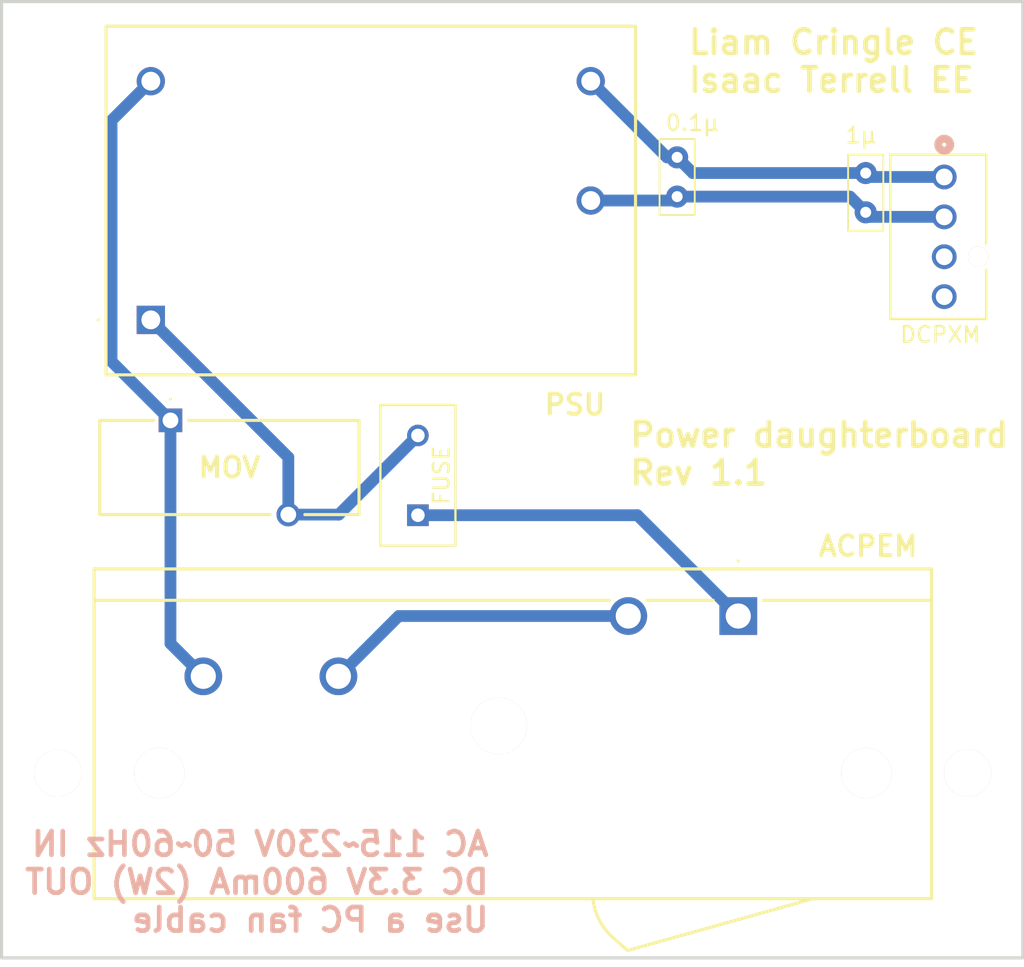
<source format=kicad_pcb>
(kicad_pcb (version 20240108) (generator "pcbnew") (generator_version "8.0")
  (layers (0 "F.Cu" signal) (31 "B.Cu" signal) (34 "B.Paste" user) (35 "F.Paste" user) (36 "B.SilkS" user "B.Silkscreen") (37 "F.SilkS" user "F.Silkscreen") (38 "B.Mask" user) (39 "F.Mask" user) (44 "Edge.Cuts" user))
  (net 0 "")
  (net 1 "Net-(PSU1-AC1)")
  (net 2 "Net-(FUSE1-Pad1)")
  (net 3 "Net-(PSU1-AC2)")
  (net 4 "Net-(PEM1-Pad2)")
  (net 7 "Net-(PSU1-DC-)")
  (net 8 "Net-(PSU1-DC+)")
  (footprint "Capacitor_THT:C_Rect_L4.6mm_W2.0mm_P2.50mm_MKS02_FKP02" (layer "F.Cu") (at 159.5 84.75 90)
    (property "Reference" "C2" (hide yes))
    (property "Value" "1u")
    (fp_line (start 3.67 -1.12) (end 3.67 1.12) (stroke (width 0.12)) (layer "F.SilkS"))
    (fp_line (start -1.17 -1.12) (end 3.67 -1.12) (stroke (width 0.12)) (layer "F.SilkS"))
    (fp_line (start -1.17 -1.12) (end -1.17 1.12) (stroke (width 0.12)) (layer "F.SilkS"))
    (fp_line (start -1.17 1.12) (end 3.67 1.12) (stroke (width 0.12)) (layer "F.SilkS"))
    (pad "1" thru_hole circle (at 0 0 90) (size 1.4 1.4) (drill 0.7) (layers "*.Cu" "*.Mask") (net 8 "Net-(PSU1-DC+)"))
    (pad "2" thru_hole circle (at 2.5 0 90) (size 1.4 1.4) (drill 0.7) (layers "*.Cu" "*.Mask") (net 7 "Net-(PSU1-DC-)"))
  )
  (footprint "CustomModels:HP02S0300WI" (layer "F.Cu") (at 114 91.6)
    (property "Reference" "PSU" (at 27 5.4 0) (layer "F.SilkS") (effects (font (size 1.27 1.27) (thickness 0.254))))
    (property "Value" "HP02S0300WI" (hide yes))
    (fp_line (start -3.4 0) (end -3.4 0) (stroke (width 0.1)) (layer "F.SilkS"))
    (fp_line (start -3.3 0) (end -3.3 0) (stroke (width 0.1)) (layer "F.SilkS"))
    (fp_line (start -2.85 -18.7) (end 30.85 -18.7) (stroke (width 0.2)) (layer "F.SilkS"))
    (fp_line (start -2.85 3.5) (end -2.85 -18.7) (stroke (width 0.2)) (layer "F.SilkS"))
    (fp_line (start 30.85 -18.7) (end 30.85 3.5) (stroke (width 0.2)) (layer "F.SilkS"))
    (fp_line (start 30.85 3.5) (end -2.85 3.5) (stroke (width 0.2)) (layer "F.SilkS"))
    (fp_arc (start -3.4 0) (mid -3.35 -0.05) (end -3.3 0) (stroke (width 0.1)) (layer "F.SilkS"))
    (fp_arc (start -3.3 0) (mid -3.35 0.05) (end -3.4 0) (stroke (width 0.1)) (layer "F.SilkS"))
    (pad "1" thru_hole rect (at 0 0) (size 1.8 1.8) (drill 1.2) (layers "*.Cu" "*.Mask") (net 1 "Net-(PSU1-AC1)"))
    (pad "2" thru_hole circle (at 0 -15.2) (size 1.8 1.8) (drill 1.2) (layers "*.Cu" "*.Mask") (net 3 "Net-(PSU1-AC2)"))
    (pad "3" thru_hole circle (at 28 -15.2) (size 1.8 1.8) (drill 1.2) (layers "*.Cu" "*.Mask") (net 7 "Net-(PSU1-DC-)"))
    (pad "4" thru_hole circle (at 28 -7.6) (size 1.8 1.8) (drill 1.2) (layers "*.Cu" "*.Mask") (net 8 "Net-(PSU1-DC+)"))
  )
  (footprint "Capacitor_THT:C_Rect_L4.6mm_W2.0mm_P2.50mm_MKS02_FKP02" (layer "F.Cu") (at 147.5 83.75 90)
    (property "Reference" "C1" (hide yes))
    (property "Value" "0.1u")
    (fp_line (start 3.67 -1.12) (end 3.67 1.12) (stroke (width 0.12)) (layer "F.SilkS"))
    (fp_line (start -1.17 -1.12) (end 3.67 -1.12) (stroke (width 0.12)) (layer "F.SilkS"))
    (fp_line (start -1.17 -1.12) (end -1.17 1.12) (stroke (width 0.12)) (layer "F.SilkS"))
    (fp_line (start -1.17 1.12) (end 3.67 1.12) (stroke (width 0.12)) (layer "F.SilkS"))
    (pad "1" thru_hole circle (at 0 0 90) (size 1.4 1.4) (drill 0.7) (layers "*.Cu" "*.Mask") (net 8 "Net-(PSU1-DC+)"))
    (pad "2" thru_hole circle (at 2.5 0 90) (size 1.4 1.4) (drill 0.7) (layers "*.Cu" "*.Mask") (net 7 "Net-(PSU1-DC-)"))
  )
  (footprint "CustomModels:CONN_SD-47053-001_H10p00_MOL" (layer "F.Cu") (at 164.5 82.5 90)
    (property "Reference" "DCPXM" (at -10.04 -0.24615 0) (layer "F.SilkS"))
    (property "Value" "470531000")
    (fp_circle (center 2.0574 0) (end 2.4384 0) (stroke (width 0.508)) (fill none) (layer "B.SilkS"))
    (fp_line (start 1.4224 -3.427001) (end -9.0424 -3.427001) (stroke (width 0.1524)) (layer "F.SilkS"))
    (fp_line (start -9.0424 -3.427001) (end -9.0424 2.668999) (stroke (width 0.1524)) (layer "F.SilkS"))
    (fp_line (start 1.4224 2.668999) (end 1.4224 -3.427001) (stroke (width 0.1524)) (layer "F.SilkS"))
    (fp_line (start -4.242037 2.668999) (end 1.4224 2.668999) (stroke (width 0.1524)) (layer "F.SilkS"))
    (fp_line (start -9.0424 2.668999) (end -5.917963 2.668999) (stroke (width 0.1524)) (layer "F.SilkS"))
    (fp_circle (center 2.0574 0) (end 2.4384 0) (stroke (width 0.508)) (fill none) (layer "F.SilkS"))
    (pad "" np_thru_hole circle (at -5.08 2.16 90) (size 1.2954 1.2954) (drill 1.2954) (layers "*.SilkS"))
    (pad "1" thru_hole circle (at 0 0 90) (size 1.5748 1.5748) (drill 1.0668) (layers "*.Cu" "*.Mask") (net 7 "Net-(PSU1-DC-)"))
    (pad "2" thru_hole circle (at -2.54 0 90) (size 1.5748 1.5748) (drill 1.0668) (layers "*.Cu" "*.Mask") (net 8 "Net-(PSU1-DC+)"))
    (pad "3" thru_hole circle (at -5.08 0 90) (size 1.5748 1.5748) (drill 1.0668) (layers "*.Cu" "*.Mask"))
    (pad "4" thru_hole circle (at -7.62 0 90) (size 1.5748 1.5748) (drill 1.0668) (layers "*.Cu" "*.Mask"))
  )
  (footprint "CustomModels:CMF2113112" (layer "F.Cu") (at 151.39 110.46)
    (property "Reference" "ACPEM" (at 8.27 -4.45 0) (layer "F.SilkS") (effects (font (size 1.27 1.27) (thickness 0.254))))
    (property "Value" "CMF2113112" (hide yes))
    (fp_line (start -41 -3) (end -41 -1) (stroke (width 0.2)) (layer "F.SilkS"))
    (fp_line (start -41 -1) (end -8.2 -1) (stroke (width 0.2)) (layer "F.SilkS"))
    (fp_line (start -41 18) (end -41 -1) (stroke (width 0.2)) (layer "F.SilkS"))
    (fp_line (start -9.25 18) (end -9.25 18) (stroke (width 0.2)) (layer "F.SilkS"))
    (fp_line (start -8 20.45) (end -7.05 21.3) (stroke (width 0.2)) (layer "F.SilkS"))
    (fp_line (start -7.05 21.3) (end 4.75 18) (stroke (width 0.2)) (layer "F.SilkS"))
    (fp_line (start -1.6 -1) (end -5.8 -1) (stroke (width 0.2)) (layer "F.SilkS"))
    (fp_line (start 0 -3.55) (end 0 -3.55) (stroke (width 0.1)) (layer "F.SilkS"))
    (fp_line (start 0 -3.45) (end 0 -3.45) (stroke (width 0.1)) (layer "F.SilkS"))
    (fp_line (start 1.6 -1) (end 12.3 -1) (stroke (width 0.2)) (layer "F.SilkS"))
    (fp_line (start 12.3 -3) (end -41 -3) (stroke (width 0.2)) (layer "F.SilkS"))
    (fp_line (start 12.3 -1) (end 12.3 -3) (stroke (width 0.2)) (layer "F.SilkS"))
    (fp_line (start 12.3 -1) (end 12.3 18) (stroke (width 0.2)) (layer "F.SilkS"))
    (fp_line (start 12.3 18) (end -41 18) (stroke (width 0.2)) (layer "F.SilkS"))
    (fp_arc (start -8 20.450053) (mid -8.853704 19.34171) (end -9.25 18) (stroke (width 0.2)) (layer "F.SilkS"))
    (fp_arc (start 0 -3.55) (mid 0.05 -3.5) (end 0 -3.45) (stroke (width 0.1)) (layer "F.SilkS"))
    (fp_arc (start 0 -3.45) (mid -0.05 -3.5) (end 0 -3.55) (stroke (width 0.1)) (layer "F.SilkS"))
    (pad "" np_thru_hole circle (at -43.3 10) (size 3 3) (drill 3) (layers "*.SilkS"))
    (pad "" np_thru_hole circle (at -36.85 10) (size 3.2 3.2) (drill 3.2) (layers "*.SilkS"))
    (pad "" np_thru_hole circle (at -15.25 7) (size 3.6 3.6) (drill 3.6) (layers "*.SilkS"))
    (pad "" np_thru_hole circle (at 8.15 10) (size 3.2 3.2) (drill 3.2) (layers "*.SilkS"))
    (pad "" np_thru_hole circle (at 14.6 10) (size 3 3) (drill 3) (layers "*.SilkS"))
    (pad "1" thru_hole rect (at 0 0) (size 2.4 2.4) (drill 1.6) (layers "*.Cu" "*.Mask") (net 2 "Net-(FUSE1-Pad1)"))
    (pad "2" thru_hole circle (at -7 0) (size 2.4 2.4) (drill 1.6) (layers "*.Cu" "*.Mask") (net 4 "Net-(PEM1-Pad2)"))
    (pad "L1" thru_hole circle (at -25.45 3.84) (size 2.4 2.4) (drill 1.6) (layers "*.Cu" "*.Mask") (net 4 "Net-(PEM1-Pad2)"))
    (pad "N1" thru_hole circle (at -34.05 3.84) (size 2.4 2.4) (drill 1.6) (layers "*.Cu" "*.Mask") (net 3 "Net-(PSU1-AC2)"))
  )
  (footprint "CustomModels:FUSE_SS-5H-1A_EAT" (layer "F.Cu") (at 131 104.04 90)
    (property "Reference" "FUSE" (at 2.54 1.5 90) (layer "F.SilkS"))
    (property "Value" "SS-5H-1A-APH")
    (fp_line (start 7.0231 -2.3876) (end -1.9431 -2.3876) (stroke (width 0.1524)) (layer "F.SilkS"))
    (fp_line (start 7.0231 -2.3876) (end 7.0231 2.3876) (stroke (width 0.1524)) (layer "F.SilkS"))
    (fp_line (start -1.9431 -2.3876) (end -1.9431 2.3876) (stroke (width 0.1524)) (layer "F.SilkS"))
    (fp_line (start 7.0231 2.3876) (end -1.9431 2.3876) (stroke (width 0.1524)) (layer "F.SilkS"))
    (pad "1" thru_hole rect (at 0 0 90) (size 1.3716 1.3716) (drill 0.8636) (layers "*.Cu" "*.Mask") (net 2 "Net-(FUSE1-Pad1)"))
    (pad "2" thru_hole circle (at 5.08 0 90) (size 1.3716 1.3716) (drill 0.8636) (layers "*.Cu" "*.Mask") (net 1 "Net-(PSU1-AC1)"))
  )
  (footprint "CustomModels:MOV14D561KTR" (layer "F.Cu") (at 115.25 98)
    (property "Reference" "MOV" (at 3.75 3 0) (layer "F.SilkS") (effects (font (size 1.27 1.27) (thickness 0.254))))
    (property "Value" "MOV-14D561KTR" (hide yes))
    (fp_line (start -4.5 0) (end -4.5 6) (stroke (width 0.2)) (layer "F.SilkS"))
    (fp_line (start -4.5 6) (end 6.35 6) (stroke (width 0.2)) (layer "F.SilkS"))
    (fp_line (start -1.05 0) (end -4.5 0) (stroke (width 0.2)) (layer "F.SilkS"))
    (fp_line (start 0 -1.4) (end 0 -1.4) (stroke (width 0.1)) (layer "F.SilkS"))
    (fp_line (start 0 -1.3) (end 0 -1.3) (stroke (width 0.1)) (layer "F.SilkS"))
    (fp_line (start 8.55 6) (end 12 6) (stroke (width 0.2)) (layer "F.SilkS"))
    (fp_line (start 12 0) (end 1.15 0) (stroke (width 0.2)) (layer "F.SilkS"))
    (fp_line (start 12 6) (end 12 0) (stroke (width 0.2)) (layer "F.SilkS"))
    (fp_arc (start 0 -1.4) (mid 0.05 -1.35) (end 0 -1.3) (stroke (width 0.1)) (layer "F.SilkS"))
    (fp_arc (start 0 -1.3) (mid -0.05 -1.35) (end 0 -1.4) (stroke (width 0.1)) (layer "F.SilkS"))
    (pad "1" thru_hole rect (at 0 0) (size 1.5 1.5) (drill 1) (layers "*.Cu" "*.Mask") (net 3 "Net-(PSU1-AC2)"))
    (pad "2" thru_hole circle (at 7.5 6) (size 1.5 1.5) (drill 1) (layers "*.Cu" "*.Mask") (net 1 "Net-(PSU1-AC1)"))
  )
  (gr_rect (start 104.5 71.33) (end 169.5 132.23) (stroke (width 0.2)) (fill none) (layer "Edge.Cuts"))
  (gr_text "AC 115~230V 50~60Hz IN\nDC 3.3V 600mA (2W) OUT\nUse a PC fan cable" (at 135.66 130.69 0) (layer "B.SilkS") (effects (font (size 1.5 1.5) (thickness 0.3) (bold yes)) (justify left bottom mirror)))
  (gr_text "Liam Cringle CE\nIsaac Terrell EE\n" (at 148.08 77.21 0) (layer "F.SilkS") (effects (font (size 1.5 1.5) (thickness 0.3) (bold yes)) (justify left bottom)))
  (gr_text "Power daughterboard\nRev 1.1" (at 144.35 102.22 0) (layer "F.SilkS") (effects (font (size 1.5 1.5) (thickness 0.3) (bold yes)) (justify left bottom)))
  (gr_text "0.1µ" (at 146.68 79.64 0) (layer "F.SilkS") (effects (font (size 1 1)) (justify left bottom)))
  (gr_text "1µ" (at 158.13 80.43 0) (layer "F.SilkS") (effects (font (size 1 1)) (justify left bottom)))
  (segment (start 125.96 104) (end 131 98.96) (width 0.75) (layer "B.Cu") (net 1))
  (segment (start 122.75 104) (end 125.96 104) (width 0.75) (layer "B.Cu") (net 1))
  (segment (start 122.75 104) (end 122.75 100.35) (width 0.75) (layer "B.Cu") (net 1))
  (segment (start 122.75 100.35) (end 114 91.6) (width 0.75) (layer "B.Cu") (net 1))
  (segment (start 131 104.04) (end 144.97 104.04) (width 0.75) (layer "B.Cu") (net 2))
  (segment (start 144.97 104.04) (end 151.39 110.46) (width 0.75) (layer "B.Cu") (net 2))
  (segment (start 111.5 78.9) (end 114 76.4) (width 0.75) (layer "B.Cu") (net 3))
  (segment (start 111.5 94.25) (end 111.5 78.9) (width 0.75) (layer "B.Cu") (net 3))
  (segment (start 115.25 112.21) (end 115.25 98) (width 0.75) (layer "B.Cu") (net 3))
  (segment (start 117.34 114.3) (end 115.25 112.21) (width 0.75) (layer "B.Cu") (net 3))
  (segment (start 115.25 98) (end 111.5 94.25) (width 0.75) (layer "B.Cu") (net 3))
  (segment (start 144.39 110.46) (end 129.78 110.46) (width 0.75) (layer "B.Cu") (net 4))
  (segment (start 129.78 110.46) (end 125.94 114.3) (width 0.75) (layer "B.Cu") (net 4))
  (segment (start 164.5 82.5) (end 159.75 82.5) (width 0.75) (layer "B.Cu") (net 7))
  (segment (start 159.5 82.25) (end 148.5 82.25) (width 0.75) (layer "B.Cu") (net 7))
  (segment (start 159.75 82.5) (end 159.5 82.25) (width 0.75) (layer "B.Cu") (net 7))
  (segment (start 142 76.4) (end 146.85 81.25) (width 0.75) (layer "B.Cu") (net 7))
  (segment (start 146.85 81.25) (end 147.5 81.25) (width 0.75) (layer "B.Cu") (net 7))
  (segment (start 148.5 82.25) (end 147.5 81.25) (width 0.75) (layer "B.Cu") (net 7))
  (segment (start 147.25 84) (end 147.5 83.75) (width 0.75) (layer "B.Cu") (net 8))
  (segment (start 147.5 83.75) (end 158.5 83.75) (width 0.75) (layer "B.Cu") (net 8))
  (segment (start 159.79 85.04) (end 159.5 84.75) (width 0.75) (layer "B.Cu") (net 8))
  (segment (start 158.5 83.75) (end 159.5 84.75) (width 0.75) (layer "B.Cu") (net 8))
  (segment (start 142 84) (end 147.25 84) (width 0.75) (layer "B.Cu") (net 8))
  (segment (start 164.5 85.04) (end 159.79 85.04) (width 0.75) (layer "B.Cu") (net 8))
)
</source>
